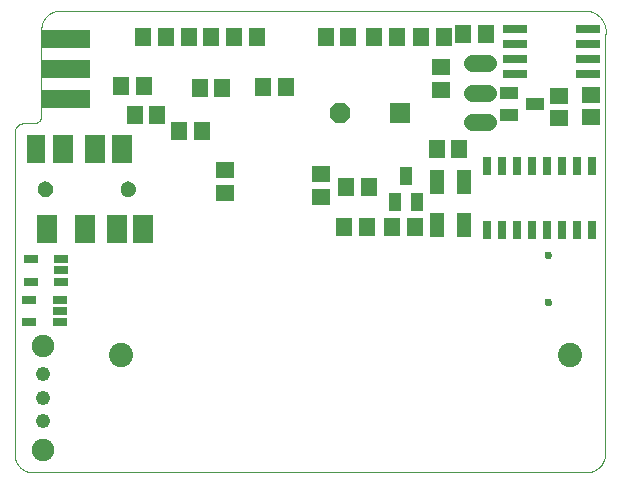
<source format=gts>
G75*
%MOIN*%
%OFA0B0*%
%FSLAX25Y25*%
%IPPOS*%
%LPD*%
%AMOC8*
5,1,8,0,0,1.08239X$1,22.5*
%
%ADD10C,0.00000*%
%ADD11R,0.06896X0.06896*%
%ADD12OC8,0.06896*%
%ADD13C,0.05600*%
%ADD14R,0.16400X0.06400*%
%ADD15R,0.10400X0.06400*%
%ADD16R,0.06400X0.06400*%
%ADD17R,0.08400X0.03000*%
%ADD18R,0.05518X0.06306*%
%ADD19R,0.06306X0.05518*%
%ADD20R,0.05912X0.04337*%
%ADD21R,0.04337X0.05912*%
%ADD22R,0.06306X0.09258*%
%ADD23R,0.06699X0.09258*%
%ADD24C,0.05124*%
%ADD25R,0.05124X0.02565*%
%ADD26R,0.02900X0.06400*%
%ADD27C,0.02369*%
%ADD28R,0.04731X0.07880*%
%ADD29C,0.04762*%
%ADD30C,0.07487*%
%ADD31C,0.08077*%
D10*
X0010738Y0006895D02*
X0010738Y0114484D01*
X0010740Y0114588D01*
X0010746Y0114692D01*
X0010755Y0114796D01*
X0010768Y0114900D01*
X0010785Y0115002D01*
X0010806Y0115105D01*
X0010831Y0115206D01*
X0010859Y0115306D01*
X0010891Y0115406D01*
X0010926Y0115504D01*
X0010965Y0115600D01*
X0011008Y0115695D01*
X0011054Y0115789D01*
X0011103Y0115881D01*
X0011156Y0115971D01*
X0011212Y0116059D01*
X0011271Y0116145D01*
X0011333Y0116228D01*
X0011398Y0116310D01*
X0011466Y0116389D01*
X0011537Y0116465D01*
X0011611Y0116539D01*
X0011687Y0116610D01*
X0011766Y0116678D01*
X0011848Y0116743D01*
X0011931Y0116805D01*
X0012017Y0116864D01*
X0012105Y0116920D01*
X0012195Y0116973D01*
X0012287Y0117022D01*
X0012381Y0117068D01*
X0012476Y0117111D01*
X0012572Y0117150D01*
X0012670Y0117185D01*
X0012770Y0117217D01*
X0012870Y0117245D01*
X0012971Y0117270D01*
X0013074Y0117291D01*
X0013176Y0117308D01*
X0013280Y0117321D01*
X0013384Y0117330D01*
X0013488Y0117336D01*
X0013592Y0117338D01*
X0013592Y0117339D02*
X0016942Y0117339D01*
X0017044Y0117341D01*
X0017145Y0117347D01*
X0017246Y0117357D01*
X0017347Y0117370D01*
X0017447Y0117388D01*
X0017547Y0117409D01*
X0017645Y0117434D01*
X0017743Y0117463D01*
X0017839Y0117495D01*
X0017934Y0117531D01*
X0018028Y0117571D01*
X0018120Y0117615D01*
X0018210Y0117661D01*
X0018298Y0117712D01*
X0018385Y0117765D01*
X0018469Y0117822D01*
X0018551Y0117882D01*
X0018631Y0117945D01*
X0018708Y0118012D01*
X0018782Y0118081D01*
X0018854Y0118153D01*
X0018923Y0118227D01*
X0018990Y0118304D01*
X0019053Y0118384D01*
X0019113Y0118466D01*
X0019170Y0118550D01*
X0019223Y0118637D01*
X0019274Y0118725D01*
X0019320Y0118815D01*
X0019364Y0118907D01*
X0019404Y0119001D01*
X0019440Y0119096D01*
X0019472Y0119192D01*
X0019501Y0119290D01*
X0019526Y0119388D01*
X0019547Y0119488D01*
X0019565Y0119588D01*
X0019578Y0119689D01*
X0019588Y0119790D01*
X0019594Y0119891D01*
X0019596Y0119993D01*
X0019596Y0148826D01*
X0019597Y0148826D02*
X0019599Y0148979D01*
X0019605Y0149132D01*
X0019614Y0149284D01*
X0019628Y0149436D01*
X0019645Y0149588D01*
X0019667Y0149739D01*
X0019692Y0149890D01*
X0019720Y0150040D01*
X0019753Y0150190D01*
X0019790Y0150338D01*
X0019830Y0150485D01*
X0019874Y0150632D01*
X0019921Y0150777D01*
X0019972Y0150921D01*
X0020027Y0151064D01*
X0020086Y0151205D01*
X0020148Y0151344D01*
X0020213Y0151482D01*
X0020282Y0151619D01*
X0020355Y0151753D01*
X0020431Y0151886D01*
X0020510Y0152017D01*
X0020592Y0152145D01*
X0020678Y0152272D01*
X0020767Y0152396D01*
X0020859Y0152518D01*
X0020954Y0152638D01*
X0021052Y0152755D01*
X0021153Y0152870D01*
X0021257Y0152982D01*
X0021364Y0153091D01*
X0021473Y0153198D01*
X0021585Y0153302D01*
X0021700Y0153403D01*
X0021817Y0153501D01*
X0021937Y0153596D01*
X0022059Y0153688D01*
X0022183Y0153777D01*
X0022310Y0153863D01*
X0022438Y0153945D01*
X0022569Y0154024D01*
X0022702Y0154100D01*
X0022836Y0154173D01*
X0022973Y0154242D01*
X0023111Y0154307D01*
X0023250Y0154369D01*
X0023391Y0154428D01*
X0023534Y0154483D01*
X0023678Y0154534D01*
X0023823Y0154581D01*
X0023970Y0154625D01*
X0024117Y0154665D01*
X0024265Y0154702D01*
X0024415Y0154735D01*
X0024565Y0154763D01*
X0024716Y0154788D01*
X0024867Y0154810D01*
X0025019Y0154827D01*
X0025171Y0154841D01*
X0025323Y0154850D01*
X0025476Y0154856D01*
X0025629Y0154858D01*
X0201964Y0154858D01*
X0201964Y0154859D02*
X0202131Y0154826D01*
X0202296Y0154789D01*
X0202461Y0154748D01*
X0202625Y0154703D01*
X0202787Y0154654D01*
X0202949Y0154601D01*
X0203109Y0154545D01*
X0203267Y0154484D01*
X0203424Y0154420D01*
X0203580Y0154351D01*
X0203734Y0154280D01*
X0203886Y0154204D01*
X0204036Y0154125D01*
X0204184Y0154042D01*
X0204330Y0153955D01*
X0204474Y0153866D01*
X0204616Y0153772D01*
X0204755Y0153675D01*
X0204893Y0153575D01*
X0205027Y0153472D01*
X0205159Y0153365D01*
X0205289Y0153256D01*
X0205416Y0153143D01*
X0205540Y0153027D01*
X0205661Y0152908D01*
X0205779Y0152786D01*
X0205895Y0152662D01*
X0206007Y0152534D01*
X0206116Y0152404D01*
X0206222Y0152272D01*
X0206325Y0152137D01*
X0206424Y0151999D01*
X0206520Y0151859D01*
X0206613Y0151717D01*
X0206702Y0151572D01*
X0206788Y0151426D01*
X0206870Y0151277D01*
X0206949Y0151127D01*
X0207024Y0150974D01*
X0207095Y0150820D01*
X0207162Y0150665D01*
X0207226Y0150507D01*
X0207286Y0150348D01*
X0207342Y0150188D01*
X0207394Y0150026D01*
X0207442Y0149864D01*
X0207486Y0149700D01*
X0207526Y0149535D01*
X0207563Y0149369D01*
X0207595Y0149202D01*
X0207623Y0149035D01*
X0207647Y0148867D01*
X0207667Y0148698D01*
X0207683Y0148529D01*
X0207695Y0148360D01*
X0207703Y0148190D01*
X0207707Y0148021D01*
X0207706Y0147851D01*
X0207702Y0147681D01*
X0207693Y0147512D01*
X0207680Y0147342D01*
X0207664Y0147173D01*
X0207643Y0147005D01*
X0207618Y0146837D01*
X0207589Y0146670D01*
X0207589Y0146669D02*
X0207589Y0007487D01*
X0207587Y0007328D01*
X0207581Y0007169D01*
X0207571Y0007010D01*
X0207558Y0006851D01*
X0207540Y0006693D01*
X0207519Y0006535D01*
X0207493Y0006378D01*
X0207464Y0006221D01*
X0207431Y0006066D01*
X0207395Y0005911D01*
X0207354Y0005757D01*
X0207310Y0005604D01*
X0207262Y0005452D01*
X0207210Y0005302D01*
X0207154Y0005152D01*
X0207095Y0005005D01*
X0207032Y0004858D01*
X0206966Y0004713D01*
X0206896Y0004570D01*
X0206823Y0004429D01*
X0206746Y0004290D01*
X0206666Y0004152D01*
X0206583Y0004016D01*
X0206496Y0003883D01*
X0206406Y0003752D01*
X0206312Y0003623D01*
X0206216Y0003496D01*
X0206117Y0003372D01*
X0206014Y0003250D01*
X0205909Y0003131D01*
X0205800Y0003014D01*
X0205689Y0002900D01*
X0205575Y0002789D01*
X0205458Y0002680D01*
X0205339Y0002575D01*
X0205217Y0002472D01*
X0205093Y0002373D01*
X0204966Y0002277D01*
X0204837Y0002183D01*
X0204706Y0002093D01*
X0204573Y0002006D01*
X0204437Y0001923D01*
X0204299Y0001843D01*
X0204160Y0001766D01*
X0204019Y0001693D01*
X0203876Y0001623D01*
X0203731Y0001557D01*
X0203584Y0001494D01*
X0203437Y0001435D01*
X0203287Y0001379D01*
X0203137Y0001327D01*
X0202985Y0001279D01*
X0202832Y0001235D01*
X0202678Y0001194D01*
X0202523Y0001158D01*
X0202368Y0001125D01*
X0202211Y0001096D01*
X0202054Y0001070D01*
X0201896Y0001049D01*
X0201738Y0001031D01*
X0201579Y0001018D01*
X0201420Y0001008D01*
X0201261Y0001002D01*
X0201102Y0001000D01*
X0016644Y0001000D01*
X0016643Y0001000D02*
X0016492Y0001002D01*
X0016340Y0001008D01*
X0016188Y0001017D01*
X0016037Y0001031D01*
X0015886Y0001048D01*
X0015735Y0001069D01*
X0015586Y0001095D01*
X0015436Y0001124D01*
X0015288Y0001156D01*
X0015141Y0001193D01*
X0014994Y0001234D01*
X0014849Y0001278D01*
X0014705Y0001326D01*
X0014562Y0001377D01*
X0014420Y0001433D01*
X0014280Y0001492D01*
X0014142Y0001554D01*
X0014005Y0001620D01*
X0013870Y0001690D01*
X0013737Y0001763D01*
X0013605Y0001839D01*
X0013476Y0001919D01*
X0013349Y0002002D01*
X0013224Y0002088D01*
X0013101Y0002178D01*
X0012981Y0002270D01*
X0012863Y0002366D01*
X0012747Y0002465D01*
X0012634Y0002566D01*
X0012524Y0002671D01*
X0012417Y0002778D01*
X0012312Y0002888D01*
X0012210Y0003001D01*
X0012111Y0003116D01*
X0012015Y0003234D01*
X0011922Y0003354D01*
X0011832Y0003477D01*
X0011746Y0003602D01*
X0011663Y0003729D01*
X0011583Y0003858D01*
X0011506Y0003989D01*
X0011433Y0004122D01*
X0011363Y0004257D01*
X0011297Y0004394D01*
X0011234Y0004532D01*
X0011175Y0004672D01*
X0011119Y0004814D01*
X0011067Y0004956D01*
X0011019Y0005101D01*
X0010975Y0005246D01*
X0010934Y0005392D01*
X0010897Y0005540D01*
X0010864Y0005688D01*
X0010835Y0005837D01*
X0010809Y0005987D01*
X0010788Y0006137D01*
X0010770Y0006288D01*
X0010756Y0006439D01*
X0010746Y0006591D01*
X0010740Y0006743D01*
X0010738Y0006895D01*
X0018455Y0095488D02*
X0018457Y0095585D01*
X0018463Y0095682D01*
X0018473Y0095778D01*
X0018487Y0095874D01*
X0018505Y0095970D01*
X0018526Y0096064D01*
X0018552Y0096158D01*
X0018581Y0096250D01*
X0018615Y0096341D01*
X0018651Y0096431D01*
X0018692Y0096519D01*
X0018736Y0096605D01*
X0018784Y0096690D01*
X0018835Y0096772D01*
X0018889Y0096853D01*
X0018947Y0096931D01*
X0019008Y0097006D01*
X0019071Y0097079D01*
X0019138Y0097150D01*
X0019208Y0097217D01*
X0019280Y0097282D01*
X0019355Y0097343D01*
X0019433Y0097402D01*
X0019512Y0097457D01*
X0019594Y0097509D01*
X0019678Y0097557D01*
X0019764Y0097602D01*
X0019852Y0097644D01*
X0019941Y0097682D01*
X0020032Y0097716D01*
X0020124Y0097746D01*
X0020217Y0097773D01*
X0020312Y0097795D01*
X0020407Y0097814D01*
X0020503Y0097829D01*
X0020599Y0097840D01*
X0020696Y0097847D01*
X0020793Y0097850D01*
X0020890Y0097849D01*
X0020987Y0097844D01*
X0021083Y0097835D01*
X0021179Y0097822D01*
X0021275Y0097805D01*
X0021370Y0097784D01*
X0021463Y0097760D01*
X0021556Y0097731D01*
X0021648Y0097699D01*
X0021738Y0097663D01*
X0021826Y0097624D01*
X0021913Y0097580D01*
X0021998Y0097534D01*
X0022081Y0097483D01*
X0022162Y0097430D01*
X0022240Y0097373D01*
X0022317Y0097313D01*
X0022390Y0097250D01*
X0022461Y0097184D01*
X0022529Y0097115D01*
X0022595Y0097043D01*
X0022657Y0096969D01*
X0022716Y0096892D01*
X0022772Y0096813D01*
X0022825Y0096731D01*
X0022875Y0096648D01*
X0022920Y0096562D01*
X0022963Y0096475D01*
X0023002Y0096386D01*
X0023037Y0096296D01*
X0023068Y0096204D01*
X0023095Y0096111D01*
X0023119Y0096017D01*
X0023139Y0095922D01*
X0023155Y0095826D01*
X0023167Y0095730D01*
X0023175Y0095633D01*
X0023179Y0095536D01*
X0023179Y0095440D01*
X0023175Y0095343D01*
X0023167Y0095246D01*
X0023155Y0095150D01*
X0023139Y0095054D01*
X0023119Y0094959D01*
X0023095Y0094865D01*
X0023068Y0094772D01*
X0023037Y0094680D01*
X0023002Y0094590D01*
X0022963Y0094501D01*
X0022920Y0094414D01*
X0022875Y0094328D01*
X0022825Y0094245D01*
X0022772Y0094163D01*
X0022716Y0094084D01*
X0022657Y0094007D01*
X0022595Y0093933D01*
X0022529Y0093861D01*
X0022461Y0093792D01*
X0022390Y0093726D01*
X0022317Y0093663D01*
X0022240Y0093603D01*
X0022162Y0093546D01*
X0022081Y0093493D01*
X0021998Y0093442D01*
X0021913Y0093396D01*
X0021826Y0093352D01*
X0021738Y0093313D01*
X0021648Y0093277D01*
X0021556Y0093245D01*
X0021463Y0093216D01*
X0021370Y0093192D01*
X0021275Y0093171D01*
X0021179Y0093154D01*
X0021083Y0093141D01*
X0020987Y0093132D01*
X0020890Y0093127D01*
X0020793Y0093126D01*
X0020696Y0093129D01*
X0020599Y0093136D01*
X0020503Y0093147D01*
X0020407Y0093162D01*
X0020312Y0093181D01*
X0020217Y0093203D01*
X0020124Y0093230D01*
X0020032Y0093260D01*
X0019941Y0093294D01*
X0019852Y0093332D01*
X0019764Y0093374D01*
X0019678Y0093419D01*
X0019594Y0093467D01*
X0019512Y0093519D01*
X0019433Y0093574D01*
X0019355Y0093633D01*
X0019280Y0093694D01*
X0019208Y0093759D01*
X0019138Y0093826D01*
X0019071Y0093897D01*
X0019008Y0093970D01*
X0018947Y0094045D01*
X0018889Y0094123D01*
X0018835Y0094204D01*
X0018784Y0094286D01*
X0018736Y0094371D01*
X0018692Y0094457D01*
X0018651Y0094545D01*
X0018615Y0094635D01*
X0018581Y0094726D01*
X0018552Y0094818D01*
X0018526Y0094912D01*
X0018505Y0095006D01*
X0018487Y0095102D01*
X0018473Y0095198D01*
X0018463Y0095294D01*
X0018457Y0095391D01*
X0018455Y0095488D01*
X0046014Y0095488D02*
X0046016Y0095585D01*
X0046022Y0095682D01*
X0046032Y0095778D01*
X0046046Y0095874D01*
X0046064Y0095970D01*
X0046085Y0096064D01*
X0046111Y0096158D01*
X0046140Y0096250D01*
X0046174Y0096341D01*
X0046210Y0096431D01*
X0046251Y0096519D01*
X0046295Y0096605D01*
X0046343Y0096690D01*
X0046394Y0096772D01*
X0046448Y0096853D01*
X0046506Y0096931D01*
X0046567Y0097006D01*
X0046630Y0097079D01*
X0046697Y0097150D01*
X0046767Y0097217D01*
X0046839Y0097282D01*
X0046914Y0097343D01*
X0046992Y0097402D01*
X0047071Y0097457D01*
X0047153Y0097509D01*
X0047237Y0097557D01*
X0047323Y0097602D01*
X0047411Y0097644D01*
X0047500Y0097682D01*
X0047591Y0097716D01*
X0047683Y0097746D01*
X0047776Y0097773D01*
X0047871Y0097795D01*
X0047966Y0097814D01*
X0048062Y0097829D01*
X0048158Y0097840D01*
X0048255Y0097847D01*
X0048352Y0097850D01*
X0048449Y0097849D01*
X0048546Y0097844D01*
X0048642Y0097835D01*
X0048738Y0097822D01*
X0048834Y0097805D01*
X0048929Y0097784D01*
X0049022Y0097760D01*
X0049115Y0097731D01*
X0049207Y0097699D01*
X0049297Y0097663D01*
X0049385Y0097624D01*
X0049472Y0097580D01*
X0049557Y0097534D01*
X0049640Y0097483D01*
X0049721Y0097430D01*
X0049799Y0097373D01*
X0049876Y0097313D01*
X0049949Y0097250D01*
X0050020Y0097184D01*
X0050088Y0097115D01*
X0050154Y0097043D01*
X0050216Y0096969D01*
X0050275Y0096892D01*
X0050331Y0096813D01*
X0050384Y0096731D01*
X0050434Y0096648D01*
X0050479Y0096562D01*
X0050522Y0096475D01*
X0050561Y0096386D01*
X0050596Y0096296D01*
X0050627Y0096204D01*
X0050654Y0096111D01*
X0050678Y0096017D01*
X0050698Y0095922D01*
X0050714Y0095826D01*
X0050726Y0095730D01*
X0050734Y0095633D01*
X0050738Y0095536D01*
X0050738Y0095440D01*
X0050734Y0095343D01*
X0050726Y0095246D01*
X0050714Y0095150D01*
X0050698Y0095054D01*
X0050678Y0094959D01*
X0050654Y0094865D01*
X0050627Y0094772D01*
X0050596Y0094680D01*
X0050561Y0094590D01*
X0050522Y0094501D01*
X0050479Y0094414D01*
X0050434Y0094328D01*
X0050384Y0094245D01*
X0050331Y0094163D01*
X0050275Y0094084D01*
X0050216Y0094007D01*
X0050154Y0093933D01*
X0050088Y0093861D01*
X0050020Y0093792D01*
X0049949Y0093726D01*
X0049876Y0093663D01*
X0049799Y0093603D01*
X0049721Y0093546D01*
X0049640Y0093493D01*
X0049557Y0093442D01*
X0049472Y0093396D01*
X0049385Y0093352D01*
X0049297Y0093313D01*
X0049207Y0093277D01*
X0049115Y0093245D01*
X0049022Y0093216D01*
X0048929Y0093192D01*
X0048834Y0093171D01*
X0048738Y0093154D01*
X0048642Y0093141D01*
X0048546Y0093132D01*
X0048449Y0093127D01*
X0048352Y0093126D01*
X0048255Y0093129D01*
X0048158Y0093136D01*
X0048062Y0093147D01*
X0047966Y0093162D01*
X0047871Y0093181D01*
X0047776Y0093203D01*
X0047683Y0093230D01*
X0047591Y0093260D01*
X0047500Y0093294D01*
X0047411Y0093332D01*
X0047323Y0093374D01*
X0047237Y0093419D01*
X0047153Y0093467D01*
X0047071Y0093519D01*
X0046992Y0093574D01*
X0046914Y0093633D01*
X0046839Y0093694D01*
X0046767Y0093759D01*
X0046697Y0093826D01*
X0046630Y0093897D01*
X0046567Y0093970D01*
X0046506Y0094045D01*
X0046448Y0094123D01*
X0046394Y0094204D01*
X0046343Y0094286D01*
X0046295Y0094371D01*
X0046251Y0094457D01*
X0046210Y0094545D01*
X0046174Y0094635D01*
X0046140Y0094726D01*
X0046111Y0094818D01*
X0046085Y0094912D01*
X0046064Y0095006D01*
X0046046Y0095102D01*
X0046032Y0095198D01*
X0046022Y0095294D01*
X0046016Y0095391D01*
X0046014Y0095488D01*
X0187431Y0073402D02*
X0187433Y0073464D01*
X0187439Y0073527D01*
X0187449Y0073588D01*
X0187463Y0073649D01*
X0187480Y0073709D01*
X0187501Y0073768D01*
X0187527Y0073825D01*
X0187555Y0073880D01*
X0187587Y0073934D01*
X0187623Y0073985D01*
X0187661Y0074035D01*
X0187703Y0074081D01*
X0187747Y0074125D01*
X0187795Y0074166D01*
X0187844Y0074204D01*
X0187896Y0074238D01*
X0187950Y0074269D01*
X0188006Y0074297D01*
X0188064Y0074321D01*
X0188123Y0074342D01*
X0188183Y0074358D01*
X0188244Y0074371D01*
X0188306Y0074380D01*
X0188368Y0074385D01*
X0188431Y0074386D01*
X0188493Y0074383D01*
X0188555Y0074376D01*
X0188617Y0074365D01*
X0188677Y0074350D01*
X0188737Y0074332D01*
X0188795Y0074310D01*
X0188852Y0074284D01*
X0188907Y0074254D01*
X0188960Y0074221D01*
X0189011Y0074185D01*
X0189059Y0074146D01*
X0189105Y0074103D01*
X0189148Y0074058D01*
X0189188Y0074010D01*
X0189225Y0073960D01*
X0189259Y0073907D01*
X0189290Y0073853D01*
X0189316Y0073797D01*
X0189340Y0073739D01*
X0189359Y0073679D01*
X0189375Y0073619D01*
X0189387Y0073557D01*
X0189395Y0073496D01*
X0189399Y0073433D01*
X0189399Y0073371D01*
X0189395Y0073308D01*
X0189387Y0073247D01*
X0189375Y0073185D01*
X0189359Y0073125D01*
X0189340Y0073065D01*
X0189316Y0073007D01*
X0189290Y0072951D01*
X0189259Y0072897D01*
X0189225Y0072844D01*
X0189188Y0072794D01*
X0189148Y0072746D01*
X0189105Y0072701D01*
X0189059Y0072658D01*
X0189011Y0072619D01*
X0188960Y0072583D01*
X0188907Y0072550D01*
X0188852Y0072520D01*
X0188795Y0072494D01*
X0188737Y0072472D01*
X0188677Y0072454D01*
X0188617Y0072439D01*
X0188555Y0072428D01*
X0188493Y0072421D01*
X0188431Y0072418D01*
X0188368Y0072419D01*
X0188306Y0072424D01*
X0188244Y0072433D01*
X0188183Y0072446D01*
X0188123Y0072462D01*
X0188064Y0072483D01*
X0188006Y0072507D01*
X0187950Y0072535D01*
X0187896Y0072566D01*
X0187844Y0072600D01*
X0187795Y0072638D01*
X0187747Y0072679D01*
X0187703Y0072723D01*
X0187661Y0072769D01*
X0187623Y0072819D01*
X0187587Y0072870D01*
X0187555Y0072924D01*
X0187527Y0072979D01*
X0187501Y0073036D01*
X0187480Y0073095D01*
X0187463Y0073155D01*
X0187449Y0073216D01*
X0187439Y0073277D01*
X0187433Y0073340D01*
X0187431Y0073402D01*
X0187431Y0057654D02*
X0187433Y0057716D01*
X0187439Y0057779D01*
X0187449Y0057840D01*
X0187463Y0057901D01*
X0187480Y0057961D01*
X0187501Y0058020D01*
X0187527Y0058077D01*
X0187555Y0058132D01*
X0187587Y0058186D01*
X0187623Y0058237D01*
X0187661Y0058287D01*
X0187703Y0058333D01*
X0187747Y0058377D01*
X0187795Y0058418D01*
X0187844Y0058456D01*
X0187896Y0058490D01*
X0187950Y0058521D01*
X0188006Y0058549D01*
X0188064Y0058573D01*
X0188123Y0058594D01*
X0188183Y0058610D01*
X0188244Y0058623D01*
X0188306Y0058632D01*
X0188368Y0058637D01*
X0188431Y0058638D01*
X0188493Y0058635D01*
X0188555Y0058628D01*
X0188617Y0058617D01*
X0188677Y0058602D01*
X0188737Y0058584D01*
X0188795Y0058562D01*
X0188852Y0058536D01*
X0188907Y0058506D01*
X0188960Y0058473D01*
X0189011Y0058437D01*
X0189059Y0058398D01*
X0189105Y0058355D01*
X0189148Y0058310D01*
X0189188Y0058262D01*
X0189225Y0058212D01*
X0189259Y0058159D01*
X0189290Y0058105D01*
X0189316Y0058049D01*
X0189340Y0057991D01*
X0189359Y0057931D01*
X0189375Y0057871D01*
X0189387Y0057809D01*
X0189395Y0057748D01*
X0189399Y0057685D01*
X0189399Y0057623D01*
X0189395Y0057560D01*
X0189387Y0057499D01*
X0189375Y0057437D01*
X0189359Y0057377D01*
X0189340Y0057317D01*
X0189316Y0057259D01*
X0189290Y0057203D01*
X0189259Y0057149D01*
X0189225Y0057096D01*
X0189188Y0057046D01*
X0189148Y0056998D01*
X0189105Y0056953D01*
X0189059Y0056910D01*
X0189011Y0056871D01*
X0188960Y0056835D01*
X0188907Y0056802D01*
X0188852Y0056772D01*
X0188795Y0056746D01*
X0188737Y0056724D01*
X0188677Y0056706D01*
X0188617Y0056691D01*
X0188555Y0056680D01*
X0188493Y0056673D01*
X0188431Y0056670D01*
X0188368Y0056671D01*
X0188306Y0056676D01*
X0188244Y0056685D01*
X0188183Y0056698D01*
X0188123Y0056714D01*
X0188064Y0056735D01*
X0188006Y0056759D01*
X0187950Y0056787D01*
X0187896Y0056818D01*
X0187844Y0056852D01*
X0187795Y0056890D01*
X0187747Y0056931D01*
X0187703Y0056975D01*
X0187661Y0057021D01*
X0187623Y0057071D01*
X0187587Y0057122D01*
X0187555Y0057176D01*
X0187527Y0057231D01*
X0187501Y0057288D01*
X0187480Y0057347D01*
X0187463Y0057407D01*
X0187449Y0057468D01*
X0187439Y0057529D01*
X0187433Y0057592D01*
X0187431Y0057654D01*
D11*
X0139006Y0120803D03*
D12*
X0119006Y0120803D03*
D13*
X0163204Y0117806D02*
X0168404Y0117806D01*
X0168404Y0127649D02*
X0163204Y0127649D01*
X0163204Y0137491D02*
X0168404Y0137491D01*
D14*
X0027864Y0145409D03*
X0027864Y0125409D03*
D15*
X0024864Y0135409D03*
D16*
X0032864Y0135409D03*
D17*
X0177536Y0133697D03*
X0177536Y0138697D03*
X0177536Y0143697D03*
X0177536Y0148697D03*
X0201736Y0148697D03*
X0201736Y0143697D03*
X0201736Y0138697D03*
X0201736Y0133697D03*
D18*
X0167667Y0147063D03*
X0160187Y0147063D03*
X0153652Y0146197D03*
X0146171Y0146197D03*
X0137982Y0146118D03*
X0130502Y0146118D03*
X0121801Y0146039D03*
X0114321Y0146039D03*
X0091447Y0146079D03*
X0083967Y0146079D03*
X0076250Y0146118D03*
X0068770Y0146118D03*
X0061053Y0146157D03*
X0053573Y0146157D03*
X0053691Y0129858D03*
X0046211Y0129858D03*
X0050738Y0120055D03*
X0058219Y0120055D03*
X0065502Y0114701D03*
X0072982Y0114701D03*
X0072352Y0129189D03*
X0079833Y0129189D03*
X0093612Y0129346D03*
X0101093Y0129346D03*
X0121289Y0096000D03*
X0128770Y0096000D03*
X0127982Y0082732D03*
X0136526Y0082969D03*
X0144006Y0082969D03*
X0120502Y0082732D03*
X0151407Y0108795D03*
X0158888Y0108795D03*
D19*
X0152825Y0128520D03*
X0152825Y0136000D03*
X0192156Y0126591D03*
X0202667Y0126945D03*
X0202667Y0119465D03*
X0192156Y0119110D03*
X0112825Y0100449D03*
X0112825Y0092969D03*
X0080817Y0094189D03*
X0080817Y0101669D03*
D20*
X0175581Y0120094D03*
X0175581Y0127575D03*
X0184242Y0123835D03*
D21*
X0141132Y0099701D03*
X0144872Y0091039D03*
X0137392Y0091039D03*
D22*
X0017667Y0108776D03*
D23*
X0026722Y0108776D03*
X0037352Y0108776D03*
X0046407Y0108776D03*
X0044833Y0082201D03*
X0053494Y0082201D03*
X0034203Y0082201D03*
X0021604Y0082201D03*
D24*
X0020817Y0095488D03*
X0048376Y0095488D03*
D25*
X0026250Y0072063D03*
X0026250Y0068323D03*
X0026250Y0064583D03*
X0025778Y0058480D03*
X0025778Y0054740D03*
X0025778Y0051000D03*
X0015541Y0051000D03*
X0015541Y0058480D03*
X0016014Y0064583D03*
X0016014Y0072063D03*
D26*
X0168081Y0081886D03*
X0173081Y0081886D03*
X0178081Y0081886D03*
X0183081Y0081886D03*
X0188081Y0081886D03*
X0193081Y0081886D03*
X0198081Y0081886D03*
X0203081Y0081886D03*
X0203081Y0103106D03*
X0198081Y0103106D03*
X0193081Y0103106D03*
X0188081Y0103106D03*
X0183081Y0103106D03*
X0178081Y0103106D03*
X0173081Y0103106D03*
X0168081Y0103106D03*
D27*
X0188415Y0073402D03*
X0188415Y0057654D03*
D28*
X0160384Y0083362D03*
X0151329Y0083362D03*
X0151329Y0097929D03*
X0160384Y0097929D03*
D29*
X0020148Y0033756D03*
X0020148Y0025882D03*
X0020148Y0018008D03*
D30*
X0020148Y0008559D03*
X0020148Y0043205D03*
D31*
X0046211Y0040134D03*
X0195817Y0040134D03*
M02*

</source>
